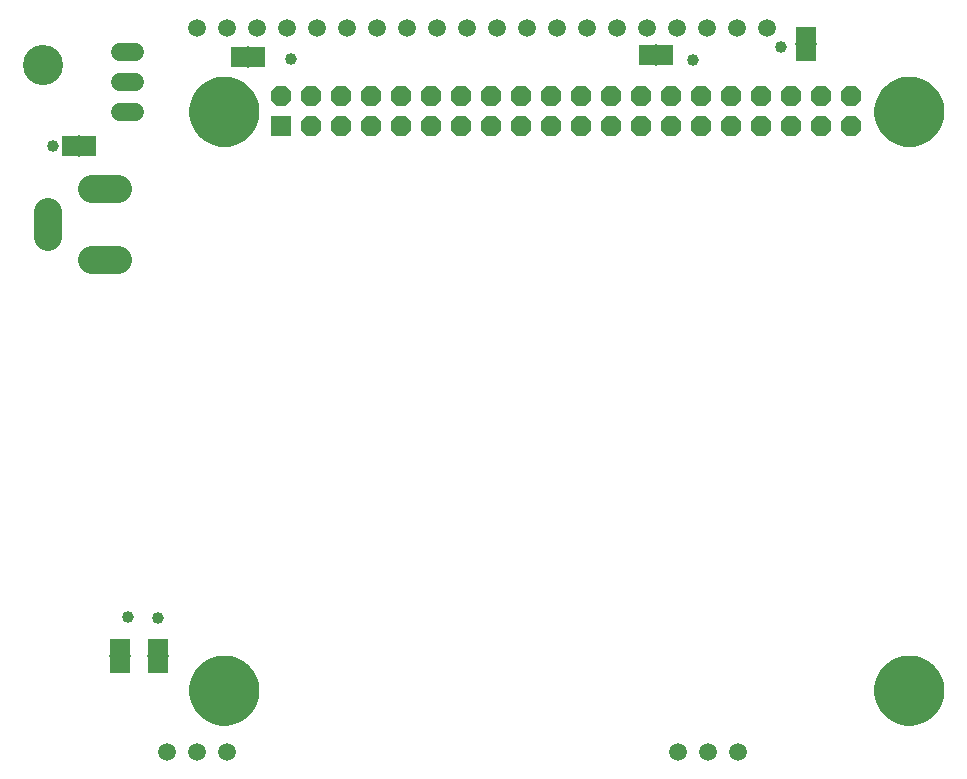
<source format=gbs>
G75*
%MOIN*%
%OFA0B0*%
%FSLAX25Y25*%
%IPPOS*%
%LPD*%
%AMOC8*
5,1,8,0,0,1.08239X$1,22.5*
%
%ADD10C,0.13398*%
%ADD11C,0.12205*%
%ADD12C,0.05950*%
%ADD13R,0.06800X0.06800*%
%ADD14OC8,0.06800*%
%ADD15R,0.07100X0.05400*%
%ADD16R,0.07200X0.00600*%
%ADD17C,0.09400*%
%ADD18R,0.05400X0.07100*%
%ADD19R,0.00600X0.07200*%
%ADD20C,0.06000*%
%ADD21C,0.03975*%
D10*
X0080395Y0035362D03*
X0080395Y0228275D03*
X0020149Y0243818D03*
X0308742Y0228275D03*
X0308742Y0035362D03*
D11*
X0303242Y0035362D02*
X0303244Y0035510D01*
X0303250Y0035658D01*
X0303260Y0035806D01*
X0303274Y0035954D01*
X0303292Y0036101D01*
X0303314Y0036248D01*
X0303340Y0036394D01*
X0303369Y0036539D01*
X0303403Y0036684D01*
X0303441Y0036827D01*
X0303482Y0036970D01*
X0303527Y0037111D01*
X0303577Y0037251D01*
X0303629Y0037389D01*
X0303686Y0037527D01*
X0303746Y0037662D01*
X0303810Y0037796D01*
X0303877Y0037928D01*
X0303948Y0038058D01*
X0304023Y0038187D01*
X0304101Y0038313D01*
X0304182Y0038437D01*
X0304266Y0038559D01*
X0304354Y0038678D01*
X0304445Y0038795D01*
X0304539Y0038910D01*
X0304637Y0039022D01*
X0304737Y0039131D01*
X0304840Y0039238D01*
X0304946Y0039342D01*
X0305054Y0039443D01*
X0305166Y0039541D01*
X0305280Y0039636D01*
X0305396Y0039727D01*
X0305515Y0039816D01*
X0305636Y0039901D01*
X0305760Y0039983D01*
X0305886Y0040062D01*
X0306013Y0040137D01*
X0306143Y0040209D01*
X0306275Y0040278D01*
X0306408Y0040342D01*
X0306543Y0040403D01*
X0306680Y0040461D01*
X0306818Y0040515D01*
X0306958Y0040565D01*
X0307099Y0040611D01*
X0307241Y0040653D01*
X0307384Y0040692D01*
X0307528Y0040726D01*
X0307674Y0040757D01*
X0307819Y0040784D01*
X0307966Y0040807D01*
X0308113Y0040826D01*
X0308261Y0040841D01*
X0308408Y0040852D01*
X0308557Y0040859D01*
X0308705Y0040862D01*
X0308853Y0040861D01*
X0309001Y0040856D01*
X0309149Y0040847D01*
X0309297Y0040834D01*
X0309445Y0040817D01*
X0309591Y0040796D01*
X0309738Y0040771D01*
X0309883Y0040742D01*
X0310028Y0040710D01*
X0310171Y0040673D01*
X0310314Y0040633D01*
X0310456Y0040588D01*
X0310596Y0040540D01*
X0310735Y0040488D01*
X0310872Y0040433D01*
X0311008Y0040373D01*
X0311143Y0040310D01*
X0311275Y0040244D01*
X0311406Y0040174D01*
X0311535Y0040100D01*
X0311661Y0040023D01*
X0311786Y0039943D01*
X0311908Y0039859D01*
X0312029Y0039772D01*
X0312146Y0039682D01*
X0312262Y0039588D01*
X0312374Y0039492D01*
X0312484Y0039393D01*
X0312592Y0039290D01*
X0312696Y0039185D01*
X0312798Y0039077D01*
X0312896Y0038966D01*
X0312992Y0038853D01*
X0313085Y0038737D01*
X0313174Y0038619D01*
X0313260Y0038498D01*
X0313343Y0038375D01*
X0313423Y0038250D01*
X0313499Y0038123D01*
X0313572Y0037993D01*
X0313641Y0037862D01*
X0313706Y0037729D01*
X0313769Y0037595D01*
X0313827Y0037458D01*
X0313882Y0037320D01*
X0313932Y0037181D01*
X0313980Y0037040D01*
X0314023Y0036899D01*
X0314063Y0036756D01*
X0314098Y0036612D01*
X0314130Y0036467D01*
X0314158Y0036321D01*
X0314182Y0036175D01*
X0314202Y0036028D01*
X0314218Y0035880D01*
X0314230Y0035733D01*
X0314238Y0035584D01*
X0314242Y0035436D01*
X0314242Y0035288D01*
X0314238Y0035140D01*
X0314230Y0034991D01*
X0314218Y0034844D01*
X0314202Y0034696D01*
X0314182Y0034549D01*
X0314158Y0034403D01*
X0314130Y0034257D01*
X0314098Y0034112D01*
X0314063Y0033968D01*
X0314023Y0033825D01*
X0313980Y0033684D01*
X0313932Y0033543D01*
X0313882Y0033404D01*
X0313827Y0033266D01*
X0313769Y0033129D01*
X0313706Y0032995D01*
X0313641Y0032862D01*
X0313572Y0032731D01*
X0313499Y0032601D01*
X0313423Y0032474D01*
X0313343Y0032349D01*
X0313260Y0032226D01*
X0313174Y0032105D01*
X0313085Y0031987D01*
X0312992Y0031871D01*
X0312896Y0031758D01*
X0312798Y0031647D01*
X0312696Y0031539D01*
X0312592Y0031434D01*
X0312484Y0031331D01*
X0312374Y0031232D01*
X0312262Y0031136D01*
X0312146Y0031042D01*
X0312029Y0030952D01*
X0311908Y0030865D01*
X0311786Y0030781D01*
X0311661Y0030701D01*
X0311535Y0030624D01*
X0311406Y0030550D01*
X0311275Y0030480D01*
X0311143Y0030414D01*
X0311008Y0030351D01*
X0310872Y0030291D01*
X0310735Y0030236D01*
X0310596Y0030184D01*
X0310456Y0030136D01*
X0310314Y0030091D01*
X0310171Y0030051D01*
X0310028Y0030014D01*
X0309883Y0029982D01*
X0309738Y0029953D01*
X0309591Y0029928D01*
X0309445Y0029907D01*
X0309297Y0029890D01*
X0309149Y0029877D01*
X0309001Y0029868D01*
X0308853Y0029863D01*
X0308705Y0029862D01*
X0308557Y0029865D01*
X0308408Y0029872D01*
X0308261Y0029883D01*
X0308113Y0029898D01*
X0307966Y0029917D01*
X0307819Y0029940D01*
X0307674Y0029967D01*
X0307528Y0029998D01*
X0307384Y0030032D01*
X0307241Y0030071D01*
X0307099Y0030113D01*
X0306958Y0030159D01*
X0306818Y0030209D01*
X0306680Y0030263D01*
X0306543Y0030321D01*
X0306408Y0030382D01*
X0306275Y0030446D01*
X0306143Y0030515D01*
X0306013Y0030587D01*
X0305886Y0030662D01*
X0305760Y0030741D01*
X0305636Y0030823D01*
X0305515Y0030908D01*
X0305396Y0030997D01*
X0305280Y0031088D01*
X0305166Y0031183D01*
X0305054Y0031281D01*
X0304946Y0031382D01*
X0304840Y0031486D01*
X0304737Y0031593D01*
X0304637Y0031702D01*
X0304539Y0031814D01*
X0304445Y0031929D01*
X0304354Y0032046D01*
X0304266Y0032165D01*
X0304182Y0032287D01*
X0304101Y0032411D01*
X0304023Y0032537D01*
X0303948Y0032666D01*
X0303877Y0032796D01*
X0303810Y0032928D01*
X0303746Y0033062D01*
X0303686Y0033197D01*
X0303629Y0033335D01*
X0303577Y0033473D01*
X0303527Y0033613D01*
X0303482Y0033754D01*
X0303441Y0033897D01*
X0303403Y0034040D01*
X0303369Y0034185D01*
X0303340Y0034330D01*
X0303314Y0034476D01*
X0303292Y0034623D01*
X0303274Y0034770D01*
X0303260Y0034918D01*
X0303250Y0035066D01*
X0303244Y0035214D01*
X0303242Y0035362D01*
X0303242Y0228275D02*
X0303244Y0228423D01*
X0303250Y0228571D01*
X0303260Y0228719D01*
X0303274Y0228867D01*
X0303292Y0229014D01*
X0303314Y0229161D01*
X0303340Y0229307D01*
X0303369Y0229452D01*
X0303403Y0229597D01*
X0303441Y0229740D01*
X0303482Y0229883D01*
X0303527Y0230024D01*
X0303577Y0230164D01*
X0303629Y0230302D01*
X0303686Y0230440D01*
X0303746Y0230575D01*
X0303810Y0230709D01*
X0303877Y0230841D01*
X0303948Y0230971D01*
X0304023Y0231100D01*
X0304101Y0231226D01*
X0304182Y0231350D01*
X0304266Y0231472D01*
X0304354Y0231591D01*
X0304445Y0231708D01*
X0304539Y0231823D01*
X0304637Y0231935D01*
X0304737Y0232044D01*
X0304840Y0232151D01*
X0304946Y0232255D01*
X0305054Y0232356D01*
X0305166Y0232454D01*
X0305280Y0232549D01*
X0305396Y0232640D01*
X0305515Y0232729D01*
X0305636Y0232814D01*
X0305760Y0232896D01*
X0305886Y0232975D01*
X0306013Y0233050D01*
X0306143Y0233122D01*
X0306275Y0233191D01*
X0306408Y0233255D01*
X0306543Y0233316D01*
X0306680Y0233374D01*
X0306818Y0233428D01*
X0306958Y0233478D01*
X0307099Y0233524D01*
X0307241Y0233566D01*
X0307384Y0233605D01*
X0307528Y0233639D01*
X0307674Y0233670D01*
X0307819Y0233697D01*
X0307966Y0233720D01*
X0308113Y0233739D01*
X0308261Y0233754D01*
X0308408Y0233765D01*
X0308557Y0233772D01*
X0308705Y0233775D01*
X0308853Y0233774D01*
X0309001Y0233769D01*
X0309149Y0233760D01*
X0309297Y0233747D01*
X0309445Y0233730D01*
X0309591Y0233709D01*
X0309738Y0233684D01*
X0309883Y0233655D01*
X0310028Y0233623D01*
X0310171Y0233586D01*
X0310314Y0233546D01*
X0310456Y0233501D01*
X0310596Y0233453D01*
X0310735Y0233401D01*
X0310872Y0233346D01*
X0311008Y0233286D01*
X0311143Y0233223D01*
X0311275Y0233157D01*
X0311406Y0233087D01*
X0311535Y0233013D01*
X0311661Y0232936D01*
X0311786Y0232856D01*
X0311908Y0232772D01*
X0312029Y0232685D01*
X0312146Y0232595D01*
X0312262Y0232501D01*
X0312374Y0232405D01*
X0312484Y0232306D01*
X0312592Y0232203D01*
X0312696Y0232098D01*
X0312798Y0231990D01*
X0312896Y0231879D01*
X0312992Y0231766D01*
X0313085Y0231650D01*
X0313174Y0231532D01*
X0313260Y0231411D01*
X0313343Y0231288D01*
X0313423Y0231163D01*
X0313499Y0231036D01*
X0313572Y0230906D01*
X0313641Y0230775D01*
X0313706Y0230642D01*
X0313769Y0230508D01*
X0313827Y0230371D01*
X0313882Y0230233D01*
X0313932Y0230094D01*
X0313980Y0229953D01*
X0314023Y0229812D01*
X0314063Y0229669D01*
X0314098Y0229525D01*
X0314130Y0229380D01*
X0314158Y0229234D01*
X0314182Y0229088D01*
X0314202Y0228941D01*
X0314218Y0228793D01*
X0314230Y0228646D01*
X0314238Y0228497D01*
X0314242Y0228349D01*
X0314242Y0228201D01*
X0314238Y0228053D01*
X0314230Y0227904D01*
X0314218Y0227757D01*
X0314202Y0227609D01*
X0314182Y0227462D01*
X0314158Y0227316D01*
X0314130Y0227170D01*
X0314098Y0227025D01*
X0314063Y0226881D01*
X0314023Y0226738D01*
X0313980Y0226597D01*
X0313932Y0226456D01*
X0313882Y0226317D01*
X0313827Y0226179D01*
X0313769Y0226042D01*
X0313706Y0225908D01*
X0313641Y0225775D01*
X0313572Y0225644D01*
X0313499Y0225514D01*
X0313423Y0225387D01*
X0313343Y0225262D01*
X0313260Y0225139D01*
X0313174Y0225018D01*
X0313085Y0224900D01*
X0312992Y0224784D01*
X0312896Y0224671D01*
X0312798Y0224560D01*
X0312696Y0224452D01*
X0312592Y0224347D01*
X0312484Y0224244D01*
X0312374Y0224145D01*
X0312262Y0224049D01*
X0312146Y0223955D01*
X0312029Y0223865D01*
X0311908Y0223778D01*
X0311786Y0223694D01*
X0311661Y0223614D01*
X0311535Y0223537D01*
X0311406Y0223463D01*
X0311275Y0223393D01*
X0311143Y0223327D01*
X0311008Y0223264D01*
X0310872Y0223204D01*
X0310735Y0223149D01*
X0310596Y0223097D01*
X0310456Y0223049D01*
X0310314Y0223004D01*
X0310171Y0222964D01*
X0310028Y0222927D01*
X0309883Y0222895D01*
X0309738Y0222866D01*
X0309591Y0222841D01*
X0309445Y0222820D01*
X0309297Y0222803D01*
X0309149Y0222790D01*
X0309001Y0222781D01*
X0308853Y0222776D01*
X0308705Y0222775D01*
X0308557Y0222778D01*
X0308408Y0222785D01*
X0308261Y0222796D01*
X0308113Y0222811D01*
X0307966Y0222830D01*
X0307819Y0222853D01*
X0307674Y0222880D01*
X0307528Y0222911D01*
X0307384Y0222945D01*
X0307241Y0222984D01*
X0307099Y0223026D01*
X0306958Y0223072D01*
X0306818Y0223122D01*
X0306680Y0223176D01*
X0306543Y0223234D01*
X0306408Y0223295D01*
X0306275Y0223359D01*
X0306143Y0223428D01*
X0306013Y0223500D01*
X0305886Y0223575D01*
X0305760Y0223654D01*
X0305636Y0223736D01*
X0305515Y0223821D01*
X0305396Y0223910D01*
X0305280Y0224001D01*
X0305166Y0224096D01*
X0305054Y0224194D01*
X0304946Y0224295D01*
X0304840Y0224399D01*
X0304737Y0224506D01*
X0304637Y0224615D01*
X0304539Y0224727D01*
X0304445Y0224842D01*
X0304354Y0224959D01*
X0304266Y0225078D01*
X0304182Y0225200D01*
X0304101Y0225324D01*
X0304023Y0225450D01*
X0303948Y0225579D01*
X0303877Y0225709D01*
X0303810Y0225841D01*
X0303746Y0225975D01*
X0303686Y0226110D01*
X0303629Y0226248D01*
X0303577Y0226386D01*
X0303527Y0226526D01*
X0303482Y0226667D01*
X0303441Y0226810D01*
X0303403Y0226953D01*
X0303369Y0227098D01*
X0303340Y0227243D01*
X0303314Y0227389D01*
X0303292Y0227536D01*
X0303274Y0227683D01*
X0303260Y0227831D01*
X0303250Y0227979D01*
X0303244Y0228127D01*
X0303242Y0228275D01*
X0074895Y0228275D02*
X0074897Y0228423D01*
X0074903Y0228571D01*
X0074913Y0228719D01*
X0074927Y0228867D01*
X0074945Y0229014D01*
X0074967Y0229161D01*
X0074993Y0229307D01*
X0075022Y0229452D01*
X0075056Y0229597D01*
X0075094Y0229740D01*
X0075135Y0229883D01*
X0075180Y0230024D01*
X0075230Y0230164D01*
X0075282Y0230302D01*
X0075339Y0230440D01*
X0075399Y0230575D01*
X0075463Y0230709D01*
X0075530Y0230841D01*
X0075601Y0230971D01*
X0075676Y0231100D01*
X0075754Y0231226D01*
X0075835Y0231350D01*
X0075919Y0231472D01*
X0076007Y0231591D01*
X0076098Y0231708D01*
X0076192Y0231823D01*
X0076290Y0231935D01*
X0076390Y0232044D01*
X0076493Y0232151D01*
X0076599Y0232255D01*
X0076707Y0232356D01*
X0076819Y0232454D01*
X0076933Y0232549D01*
X0077049Y0232640D01*
X0077168Y0232729D01*
X0077289Y0232814D01*
X0077413Y0232896D01*
X0077539Y0232975D01*
X0077666Y0233050D01*
X0077796Y0233122D01*
X0077928Y0233191D01*
X0078061Y0233255D01*
X0078196Y0233316D01*
X0078333Y0233374D01*
X0078471Y0233428D01*
X0078611Y0233478D01*
X0078752Y0233524D01*
X0078894Y0233566D01*
X0079037Y0233605D01*
X0079181Y0233639D01*
X0079327Y0233670D01*
X0079472Y0233697D01*
X0079619Y0233720D01*
X0079766Y0233739D01*
X0079914Y0233754D01*
X0080061Y0233765D01*
X0080210Y0233772D01*
X0080358Y0233775D01*
X0080506Y0233774D01*
X0080654Y0233769D01*
X0080802Y0233760D01*
X0080950Y0233747D01*
X0081098Y0233730D01*
X0081244Y0233709D01*
X0081391Y0233684D01*
X0081536Y0233655D01*
X0081681Y0233623D01*
X0081824Y0233586D01*
X0081967Y0233546D01*
X0082109Y0233501D01*
X0082249Y0233453D01*
X0082388Y0233401D01*
X0082525Y0233346D01*
X0082661Y0233286D01*
X0082796Y0233223D01*
X0082928Y0233157D01*
X0083059Y0233087D01*
X0083188Y0233013D01*
X0083314Y0232936D01*
X0083439Y0232856D01*
X0083561Y0232772D01*
X0083682Y0232685D01*
X0083799Y0232595D01*
X0083915Y0232501D01*
X0084027Y0232405D01*
X0084137Y0232306D01*
X0084245Y0232203D01*
X0084349Y0232098D01*
X0084451Y0231990D01*
X0084549Y0231879D01*
X0084645Y0231766D01*
X0084738Y0231650D01*
X0084827Y0231532D01*
X0084913Y0231411D01*
X0084996Y0231288D01*
X0085076Y0231163D01*
X0085152Y0231036D01*
X0085225Y0230906D01*
X0085294Y0230775D01*
X0085359Y0230642D01*
X0085422Y0230508D01*
X0085480Y0230371D01*
X0085535Y0230233D01*
X0085585Y0230094D01*
X0085633Y0229953D01*
X0085676Y0229812D01*
X0085716Y0229669D01*
X0085751Y0229525D01*
X0085783Y0229380D01*
X0085811Y0229234D01*
X0085835Y0229088D01*
X0085855Y0228941D01*
X0085871Y0228793D01*
X0085883Y0228646D01*
X0085891Y0228497D01*
X0085895Y0228349D01*
X0085895Y0228201D01*
X0085891Y0228053D01*
X0085883Y0227904D01*
X0085871Y0227757D01*
X0085855Y0227609D01*
X0085835Y0227462D01*
X0085811Y0227316D01*
X0085783Y0227170D01*
X0085751Y0227025D01*
X0085716Y0226881D01*
X0085676Y0226738D01*
X0085633Y0226597D01*
X0085585Y0226456D01*
X0085535Y0226317D01*
X0085480Y0226179D01*
X0085422Y0226042D01*
X0085359Y0225908D01*
X0085294Y0225775D01*
X0085225Y0225644D01*
X0085152Y0225514D01*
X0085076Y0225387D01*
X0084996Y0225262D01*
X0084913Y0225139D01*
X0084827Y0225018D01*
X0084738Y0224900D01*
X0084645Y0224784D01*
X0084549Y0224671D01*
X0084451Y0224560D01*
X0084349Y0224452D01*
X0084245Y0224347D01*
X0084137Y0224244D01*
X0084027Y0224145D01*
X0083915Y0224049D01*
X0083799Y0223955D01*
X0083682Y0223865D01*
X0083561Y0223778D01*
X0083439Y0223694D01*
X0083314Y0223614D01*
X0083188Y0223537D01*
X0083059Y0223463D01*
X0082928Y0223393D01*
X0082796Y0223327D01*
X0082661Y0223264D01*
X0082525Y0223204D01*
X0082388Y0223149D01*
X0082249Y0223097D01*
X0082109Y0223049D01*
X0081967Y0223004D01*
X0081824Y0222964D01*
X0081681Y0222927D01*
X0081536Y0222895D01*
X0081391Y0222866D01*
X0081244Y0222841D01*
X0081098Y0222820D01*
X0080950Y0222803D01*
X0080802Y0222790D01*
X0080654Y0222781D01*
X0080506Y0222776D01*
X0080358Y0222775D01*
X0080210Y0222778D01*
X0080061Y0222785D01*
X0079914Y0222796D01*
X0079766Y0222811D01*
X0079619Y0222830D01*
X0079472Y0222853D01*
X0079327Y0222880D01*
X0079181Y0222911D01*
X0079037Y0222945D01*
X0078894Y0222984D01*
X0078752Y0223026D01*
X0078611Y0223072D01*
X0078471Y0223122D01*
X0078333Y0223176D01*
X0078196Y0223234D01*
X0078061Y0223295D01*
X0077928Y0223359D01*
X0077796Y0223428D01*
X0077666Y0223500D01*
X0077539Y0223575D01*
X0077413Y0223654D01*
X0077289Y0223736D01*
X0077168Y0223821D01*
X0077049Y0223910D01*
X0076933Y0224001D01*
X0076819Y0224096D01*
X0076707Y0224194D01*
X0076599Y0224295D01*
X0076493Y0224399D01*
X0076390Y0224506D01*
X0076290Y0224615D01*
X0076192Y0224727D01*
X0076098Y0224842D01*
X0076007Y0224959D01*
X0075919Y0225078D01*
X0075835Y0225200D01*
X0075754Y0225324D01*
X0075676Y0225450D01*
X0075601Y0225579D01*
X0075530Y0225709D01*
X0075463Y0225841D01*
X0075399Y0225975D01*
X0075339Y0226110D01*
X0075282Y0226248D01*
X0075230Y0226386D01*
X0075180Y0226526D01*
X0075135Y0226667D01*
X0075094Y0226810D01*
X0075056Y0226953D01*
X0075022Y0227098D01*
X0074993Y0227243D01*
X0074967Y0227389D01*
X0074945Y0227536D01*
X0074927Y0227683D01*
X0074913Y0227831D01*
X0074903Y0227979D01*
X0074897Y0228127D01*
X0074895Y0228275D01*
X0074895Y0035362D02*
X0074897Y0035510D01*
X0074903Y0035658D01*
X0074913Y0035806D01*
X0074927Y0035954D01*
X0074945Y0036101D01*
X0074967Y0036248D01*
X0074993Y0036394D01*
X0075022Y0036539D01*
X0075056Y0036684D01*
X0075094Y0036827D01*
X0075135Y0036970D01*
X0075180Y0037111D01*
X0075230Y0037251D01*
X0075282Y0037389D01*
X0075339Y0037527D01*
X0075399Y0037662D01*
X0075463Y0037796D01*
X0075530Y0037928D01*
X0075601Y0038058D01*
X0075676Y0038187D01*
X0075754Y0038313D01*
X0075835Y0038437D01*
X0075919Y0038559D01*
X0076007Y0038678D01*
X0076098Y0038795D01*
X0076192Y0038910D01*
X0076290Y0039022D01*
X0076390Y0039131D01*
X0076493Y0039238D01*
X0076599Y0039342D01*
X0076707Y0039443D01*
X0076819Y0039541D01*
X0076933Y0039636D01*
X0077049Y0039727D01*
X0077168Y0039816D01*
X0077289Y0039901D01*
X0077413Y0039983D01*
X0077539Y0040062D01*
X0077666Y0040137D01*
X0077796Y0040209D01*
X0077928Y0040278D01*
X0078061Y0040342D01*
X0078196Y0040403D01*
X0078333Y0040461D01*
X0078471Y0040515D01*
X0078611Y0040565D01*
X0078752Y0040611D01*
X0078894Y0040653D01*
X0079037Y0040692D01*
X0079181Y0040726D01*
X0079327Y0040757D01*
X0079472Y0040784D01*
X0079619Y0040807D01*
X0079766Y0040826D01*
X0079914Y0040841D01*
X0080061Y0040852D01*
X0080210Y0040859D01*
X0080358Y0040862D01*
X0080506Y0040861D01*
X0080654Y0040856D01*
X0080802Y0040847D01*
X0080950Y0040834D01*
X0081098Y0040817D01*
X0081244Y0040796D01*
X0081391Y0040771D01*
X0081536Y0040742D01*
X0081681Y0040710D01*
X0081824Y0040673D01*
X0081967Y0040633D01*
X0082109Y0040588D01*
X0082249Y0040540D01*
X0082388Y0040488D01*
X0082525Y0040433D01*
X0082661Y0040373D01*
X0082796Y0040310D01*
X0082928Y0040244D01*
X0083059Y0040174D01*
X0083188Y0040100D01*
X0083314Y0040023D01*
X0083439Y0039943D01*
X0083561Y0039859D01*
X0083682Y0039772D01*
X0083799Y0039682D01*
X0083915Y0039588D01*
X0084027Y0039492D01*
X0084137Y0039393D01*
X0084245Y0039290D01*
X0084349Y0039185D01*
X0084451Y0039077D01*
X0084549Y0038966D01*
X0084645Y0038853D01*
X0084738Y0038737D01*
X0084827Y0038619D01*
X0084913Y0038498D01*
X0084996Y0038375D01*
X0085076Y0038250D01*
X0085152Y0038123D01*
X0085225Y0037993D01*
X0085294Y0037862D01*
X0085359Y0037729D01*
X0085422Y0037595D01*
X0085480Y0037458D01*
X0085535Y0037320D01*
X0085585Y0037181D01*
X0085633Y0037040D01*
X0085676Y0036899D01*
X0085716Y0036756D01*
X0085751Y0036612D01*
X0085783Y0036467D01*
X0085811Y0036321D01*
X0085835Y0036175D01*
X0085855Y0036028D01*
X0085871Y0035880D01*
X0085883Y0035733D01*
X0085891Y0035584D01*
X0085895Y0035436D01*
X0085895Y0035288D01*
X0085891Y0035140D01*
X0085883Y0034991D01*
X0085871Y0034844D01*
X0085855Y0034696D01*
X0085835Y0034549D01*
X0085811Y0034403D01*
X0085783Y0034257D01*
X0085751Y0034112D01*
X0085716Y0033968D01*
X0085676Y0033825D01*
X0085633Y0033684D01*
X0085585Y0033543D01*
X0085535Y0033404D01*
X0085480Y0033266D01*
X0085422Y0033129D01*
X0085359Y0032995D01*
X0085294Y0032862D01*
X0085225Y0032731D01*
X0085152Y0032601D01*
X0085076Y0032474D01*
X0084996Y0032349D01*
X0084913Y0032226D01*
X0084827Y0032105D01*
X0084738Y0031987D01*
X0084645Y0031871D01*
X0084549Y0031758D01*
X0084451Y0031647D01*
X0084349Y0031539D01*
X0084245Y0031434D01*
X0084137Y0031331D01*
X0084027Y0031232D01*
X0083915Y0031136D01*
X0083799Y0031042D01*
X0083682Y0030952D01*
X0083561Y0030865D01*
X0083439Y0030781D01*
X0083314Y0030701D01*
X0083188Y0030624D01*
X0083059Y0030550D01*
X0082928Y0030480D01*
X0082796Y0030414D01*
X0082661Y0030351D01*
X0082525Y0030291D01*
X0082388Y0030236D01*
X0082249Y0030184D01*
X0082109Y0030136D01*
X0081967Y0030091D01*
X0081824Y0030051D01*
X0081681Y0030014D01*
X0081536Y0029982D01*
X0081391Y0029953D01*
X0081244Y0029928D01*
X0081098Y0029907D01*
X0080950Y0029890D01*
X0080802Y0029877D01*
X0080654Y0029868D01*
X0080506Y0029863D01*
X0080358Y0029862D01*
X0080210Y0029865D01*
X0080061Y0029872D01*
X0079914Y0029883D01*
X0079766Y0029898D01*
X0079619Y0029917D01*
X0079472Y0029940D01*
X0079327Y0029967D01*
X0079181Y0029998D01*
X0079037Y0030032D01*
X0078894Y0030071D01*
X0078752Y0030113D01*
X0078611Y0030159D01*
X0078471Y0030209D01*
X0078333Y0030263D01*
X0078196Y0030321D01*
X0078061Y0030382D01*
X0077928Y0030446D01*
X0077796Y0030515D01*
X0077666Y0030587D01*
X0077539Y0030662D01*
X0077413Y0030741D01*
X0077289Y0030823D01*
X0077168Y0030908D01*
X0077049Y0030997D01*
X0076933Y0031088D01*
X0076819Y0031183D01*
X0076707Y0031281D01*
X0076599Y0031382D01*
X0076493Y0031486D01*
X0076390Y0031593D01*
X0076290Y0031702D01*
X0076192Y0031814D01*
X0076098Y0031929D01*
X0076007Y0032046D01*
X0075919Y0032165D01*
X0075835Y0032287D01*
X0075754Y0032411D01*
X0075676Y0032537D01*
X0075601Y0032666D01*
X0075530Y0032796D01*
X0075463Y0032928D01*
X0075399Y0033062D01*
X0075339Y0033197D01*
X0075282Y0033335D01*
X0075230Y0033473D01*
X0075180Y0033613D01*
X0075135Y0033754D01*
X0075094Y0033897D01*
X0075056Y0034040D01*
X0075022Y0034185D01*
X0074993Y0034330D01*
X0074967Y0034476D01*
X0074945Y0034623D01*
X0074927Y0034770D01*
X0074913Y0034918D01*
X0074903Y0035066D01*
X0074897Y0035214D01*
X0074895Y0035362D01*
D12*
X0071567Y0014881D03*
X0081567Y0014881D03*
X0061567Y0014881D03*
X0231645Y0014881D03*
X0241645Y0014881D03*
X0251645Y0014881D03*
X0251488Y0256219D03*
X0261488Y0256219D03*
X0241488Y0256219D03*
X0231488Y0256219D03*
X0221488Y0256219D03*
X0211488Y0256219D03*
X0201488Y0256219D03*
X0191488Y0256219D03*
X0181488Y0256219D03*
X0171488Y0256219D03*
X0161488Y0256219D03*
X0151488Y0256219D03*
X0141488Y0256219D03*
X0131488Y0256219D03*
X0121488Y0256219D03*
X0111488Y0256219D03*
X0101488Y0256219D03*
X0091488Y0256219D03*
X0081488Y0256219D03*
X0071488Y0256219D03*
D13*
X0099569Y0223275D03*
D14*
X0109569Y0223275D03*
X0119569Y0223275D03*
X0129569Y0223275D03*
X0139569Y0223275D03*
X0149569Y0223275D03*
X0159569Y0223275D03*
X0169569Y0223275D03*
X0179569Y0223275D03*
X0189569Y0223275D03*
X0199569Y0223275D03*
X0209569Y0223275D03*
X0219569Y0223275D03*
X0229569Y0223275D03*
X0239569Y0223275D03*
X0249569Y0223275D03*
X0259569Y0223275D03*
X0269569Y0223275D03*
X0279569Y0223275D03*
X0289569Y0223275D03*
X0289569Y0233275D03*
X0279569Y0233275D03*
X0269569Y0233275D03*
X0259569Y0233275D03*
X0249569Y0233275D03*
X0239569Y0233275D03*
X0229569Y0233275D03*
X0219569Y0233275D03*
X0209569Y0233275D03*
X0199569Y0233275D03*
X0189569Y0233275D03*
X0179569Y0233275D03*
X0169569Y0233275D03*
X0159569Y0233275D03*
X0149569Y0233275D03*
X0139569Y0233275D03*
X0129569Y0233275D03*
X0119569Y0233275D03*
X0109569Y0233275D03*
X0099569Y0233275D03*
D15*
X0045819Y0043800D03*
X0045819Y0049800D03*
X0058319Y0049800D03*
X0058319Y0043800D03*
X0274291Y0247707D03*
X0274291Y0253707D03*
D16*
X0274291Y0250707D03*
X0058319Y0046800D03*
X0045819Y0046800D03*
D17*
X0045119Y0178739D02*
X0036519Y0178739D01*
X0021921Y0186250D02*
X0021921Y0194850D01*
X0036519Y0202361D02*
X0045119Y0202361D01*
D18*
X0035069Y0216800D03*
X0029069Y0216800D03*
X0085391Y0246482D03*
X0091391Y0246482D03*
X0221566Y0247132D03*
X0227566Y0247132D03*
D19*
X0224566Y0247132D03*
X0088391Y0246482D03*
X0032069Y0216800D03*
D20*
X0045719Y0228050D02*
X0050919Y0228050D01*
X0050919Y0238050D02*
X0045719Y0238050D01*
X0045719Y0248050D02*
X0050919Y0248050D01*
D21*
X0023319Y0216800D03*
X0102691Y0245832D03*
X0236916Y0245507D03*
X0266166Y0249732D03*
X0058319Y0059435D03*
X0048416Y0059607D03*
M02*

</source>
